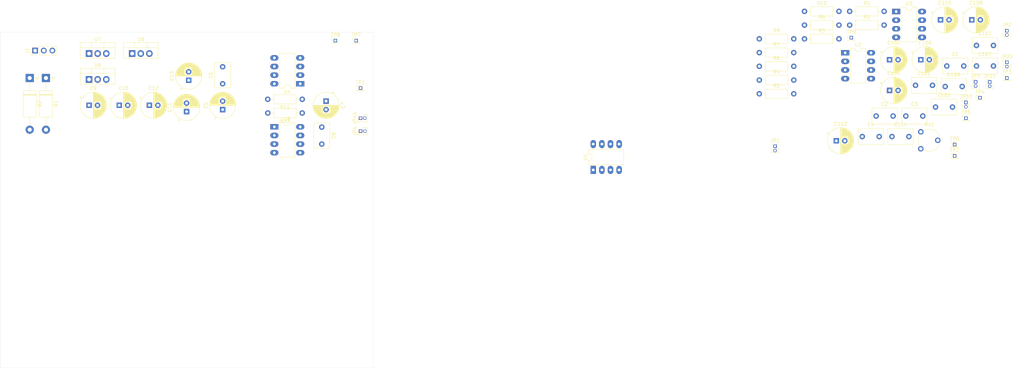
<source format=kicad_pcb>
(kicad_pcb (version 20171130) (host pcbnew "(5.1.9)-1")
  (layers (0 F.Cu signal) (31 B.Cu signal) (34 B.Paste user) (35 F.Paste user) (36 B.SilkS user) (37 F.SilkS user) (38 B.Mask user) (39 F.Mask user) (44 Edge.Cuts user))
  (net 0 "")
  (net 1 GND)
  (net 2 "Net-(C1-Pad1)")
  (net 3 "Net-(C2-Pad2)")
  (net 4 "Net-(C2-Pad1)")
  (net 5 IN_HP)
  (net 6 "Net-(C3-Pad1)")
  (net 7 "Net-(C4-Pad2)")
  (net 8 +5V)
  (net 9 "Net-(C9-Pad1)")
  (net 10 "Net-(C10-Pad2)")
  (net 11 +12V)
  (net 12 -12V)
  (net 13 VCC)
  (net 14 -VDC)
  (net 15 IN)
  (net 16 IN_AMP)
  (net 17 OUT_LP)
  (net 18 IN_LP)
  (net 19 OUT_HP)
  (net 20 "Net-(R3-Pad2)")
  (net 21 "Net-(R6-Pad2)")
  (net 22 "Net-(R7-Pad1)")
  (net 23 "Net-(R10-Pad2)")
  (net 24 "Net-(R9-Pad1)")
  (net 25 AMP_OUT)
  (net 26 "Net-(R11-Pad2)")
  (net 27 "Net-(R11-Pad1)")
  (net 28 "Net-(R12-Pad1)")
  (net 29 "Net-(TP7-Pad1)")
  (net 30 "Net-(TP8-Pad1)")
  (net 31 "Net-(U3-Pad8)")
  (net 32 "Net-(U3-Pad5)")
  (net 33 "Net-(U3-Pad1)")
  (net 34 "Net-(U4-Pad6)")
  (net 35 "Net-(U5-Pad8)")
  (net 36 "Net-(U5-Pad5)")
  (net 37 "Net-(U5-Pad1)")
  (module Package_TO_SOT_THT:TO-220-3_Vertical (layer F.Cu) (at 121.92 53.34)
    (fp_text reference U8 (at 2.54 -4.27) (layer F.SilkS))
    (fp_text value L7805)
    (pad 3 thru_hole oval (at 5.08 0) (size 1.905 2) (drill 1.1) (layers *.Cu *.Mask) (net 8 +5V))
    (pad 2 thru_hole oval (at 2.54 0) (size 1.905 2) (drill 1.1) (layers *.Cu *.Mask) (net 1 GND))
    (pad 1 thru_hole rect (at 0 0) (size 1.905 2) (drill 1.1) (layers *.Cu *.Mask) (net 11 +12V))
  )
  (module Package_TO_SOT_THT:TO-220-3_Vertical (layer F.Cu) (at 109.22 53.34)
    (fp_text reference U7 (at 2.54 -4.27) (layer F.SilkS))
    (fp_text value L7912)
    (pad 3 thru_hole oval (at 5.08 0) (size 1.905 2) (drill 1.1) (layers *.Cu *.Mask) (net 12 -12V))
    (pad 2 thru_hole oval (at 2.54 0) (size 1.905 2) (drill 1.1) (layers *.Cu *.Mask) (net 10 "Net-(C10-Pad2)"))
    (pad 1 thru_hole rect (at 0 0) (size 1.905 2) (drill 1.1) (layers *.Cu *.Mask) (net 1 GND))
  )
  (module Package_TO_SOT_THT:TO-220-3_Vertical (layer F.Cu) (at 109.22 60.96)
    (fp_text reference U6 (at 2.54 -4.27) (layer F.SilkS))
    (fp_text value L7812)
    (pad 3 thru_hole oval (at 5.08 0) (size 1.905 2) (drill 1.1) (layers *.Cu *.Mask) (net 11 +12V))
    (pad 2 thru_hole oval (at 2.54 0) (size 1.905 2) (drill 1.1) (layers *.Cu *.Mask) (net 1 GND))
    (pad 1 thru_hole rect (at 0 0) (size 1.905 2) (drill 1.1) (layers *.Cu *.Mask) (net 9 "Net-(C9-Pad1)"))
  )
  (module Package_DIP:DIP-8_W7.62mm_LongPads (layer F.Cu) (at 163.83 74.93)
    (fp_text reference U5 (at 3.81 -2.33) (layer F.SilkS))
    (fp_text value TL071)
    (pad 8 thru_hole oval (at 7.62 0) (size 2.4 1.6) (drill 0.8) (layers *.Cu *.Mask) (net 35 "Net-(U5-Pad8)"))
    (pad 4 thru_hole oval (at 0 7.62) (size 2.4 1.6) (drill 0.8) (layers *.Cu *.Mask) (net 1 GND))
    (pad 7 thru_hole oval (at 7.62 2.54) (size 2.4 1.6) (drill 0.8) (layers *.Cu *.Mask) (net 8 +5V))
    (pad 3 thru_hole oval (at 0 5.08) (size 2.4 1.6) (drill 0.8) (layers *.Cu *.Mask) (net 34 "Net-(U4-Pad6)"))
    (pad 6 thru_hole oval (at 7.62 5.08) (size 2.4 1.6) (drill 0.8) (layers *.Cu *.Mask) (net 15 IN))
    (pad 2 thru_hole oval (at 0 2.54) (size 2.4 1.6) (drill 0.8) (layers *.Cu *.Mask) (net 15 IN))
    (pad 5 thru_hole oval (at 7.62 7.62) (size 2.4 1.6) (drill 0.8) (layers *.Cu *.Mask) (net 36 "Net-(U5-Pad5)"))
    (pad 1 thru_hole rect (at 0 0) (size 2.4 1.6) (drill 0.8) (layers *.Cu *.Mask) (net 37 "Net-(U5-Pad1)"))
  )
  (module Package_DIP:DIP-8_W7.62mm_LongPads (layer F.Cu) (at 171.45 62.23 180)
    (fp_text reference U4 (at 3.81 -2.33) (layer F.SilkS))
    (fp_text value AD623)
    (pad 8 thru_hole oval (at 7.62 0 180) (size 2.4 1.6) (drill 0.8) (layers *.Cu *.Mask) (net 28 "Net-(R12-Pad1)"))
    (pad 4 thru_hole oval (at 0 7.62 180) (size 2.4 1.6) (drill 0.8) (layers *.Cu *.Mask) (net 1 GND))
    (pad 7 thru_hole oval (at 7.62 2.54 180) (size 2.4 1.6) (drill 0.8) (layers *.Cu *.Mask) (net 8 +5V))
    (pad 3 thru_hole oval (at 0 5.08 180) (size 2.4 1.6) (drill 0.8) (layers *.Cu *.Mask) (net 30 "Net-(TP8-Pad1)"))
    (pad 6 thru_hole oval (at 7.62 5.08 180) (size 2.4 1.6) (drill 0.8) (layers *.Cu *.Mask) (net 34 "Net-(U4-Pad6)"))
    (pad 2 thru_hole oval (at 0 2.54 180) (size 2.4 1.6) (drill 0.8) (layers *.Cu *.Mask) (net 29 "Net-(TP7-Pad1)"))
    (pad 5 thru_hole oval (at 7.62 7.62 180) (size 2.4 1.6) (drill 0.8) (layers *.Cu *.Mask) (net 1 GND))
    (pad 1 thru_hole rect (at 0 0 180) (size 2.4 1.6) (drill 0.8) (layers *.Cu *.Mask) (net 27 "Net-(R11-Pad1)"))
  )
  (module Package_DIP:DIP-8_W7.62mm_LongPads (layer F.Cu) (at 347.08 40.95)
    (fp_text reference U3 (at 3.81 -2.33) (layer F.SilkS))
    (fp_text value TL071)
    (pad 8 thru_hole oval (at 7.62 0) (size 2.4 1.6) (drill 0.8) (layers *.Cu *.Mask) (net 31 "Net-(U3-Pad8)"))
    (pad 4 thru_hole oval (at 0 7.62) (size 2.4 1.6) (drill 0.8) (layers *.Cu *.Mask) (net 12 -12V))
    (pad 7 thru_hole oval (at 7.62 2.54) (size 2.4 1.6) (drill 0.8) (layers *.Cu *.Mask) (net 11 +12V))
    (pad 3 thru_hole oval (at 0 5.08) (size 2.4 1.6) (drill 0.8) (layers *.Cu *.Mask) (net 16 IN_AMP))
    (pad 6 thru_hole oval (at 7.62 5.08) (size 2.4 1.6) (drill 0.8) (layers *.Cu *.Mask) (net 25 AMP_OUT))
    (pad 2 thru_hole oval (at 0 2.54) (size 2.4 1.6) (drill 0.8) (layers *.Cu *.Mask) (net 23 "Net-(R10-Pad2)"))
    (pad 5 thru_hole oval (at 7.62 7.62) (size 2.4 1.6) (drill 0.8) (layers *.Cu *.Mask) (net 32 "Net-(U3-Pad5)"))
    (pad 1 thru_hole rect (at 0 0) (size 2.4 1.6) (drill 0.8) (layers *.Cu *.Mask) (net 33 "Net-(U3-Pad1)"))
  )
  (module Package_DIP:DIP-8_W7.62mm_LongPads (layer F.Cu) (at 332.06 53.1)
    (fp_text reference U2 (at 3.81 -2.33) (layer F.SilkS))
    (fp_text value TL072)
    (pad 8 thru_hole oval (at 7.62 0) (size 2.4 1.6) (drill 0.8) (layers *.Cu *.Mask) (net 11 +12V))
    (pad 4 thru_hole oval (at 0 7.62) (size 2.4 1.6) (drill 0.8) (layers *.Cu *.Mask) (net 12 -12V))
    (pad 7 thru_hole oval (at 7.62 2.54) (size 2.4 1.6) (drill 0.8) (layers *.Cu *.Mask) (net 19 OUT_HP))
    (pad 3 thru_hole oval (at 0 5.08) (size 2.4 1.6) (drill 0.8) (layers *.Cu *.Mask) (net 7 "Net-(C4-Pad2)"))
    (pad 6 thru_hole oval (at 7.62 5.08) (size 2.4 1.6) (drill 0.8) (layers *.Cu *.Mask) (net 19 OUT_HP))
    (pad 2 thru_hole oval (at 0 2.54) (size 2.4 1.6) (drill 0.8) (layers *.Cu *.Mask) (net 21 "Net-(R6-Pad2)"))
    (pad 5 thru_hole oval (at 7.62 7.62) (size 2.4 1.6) (drill 0.8) (layers *.Cu *.Mask) (net 22 "Net-(R7-Pad1)"))
    (pad 1 thru_hole rect (at 0 0) (size 2.4 1.6) (drill 0.8) (layers *.Cu *.Mask) (net 22 "Net-(R7-Pad1)"))
  )
  (module Package_DIP:DIP-8_W7.62mm_LongPads (layer F.Cu) (at 257.81 87.63 90)
    (fp_text reference U1 (at 3.81 -2.33 90) (layer F.SilkS))
    (fp_text value TL072)
    (pad 8 thru_hole oval (at 7.62 0 90) (size 2.4 1.6) (drill 0.8) (layers *.Cu *.Mask) (net 11 +12V))
    (pad 4 thru_hole oval (at 0 7.62 90) (size 2.4 1.6) (drill 0.8) (layers *.Cu *.Mask) (net 12 -12V))
    (pad 7 thru_hole oval (at 7.62 2.54 90) (size 2.4 1.6) (drill 0.8) (layers *.Cu *.Mask) (net 17 OUT_LP))
    (pad 3 thru_hole oval (at 0 5.08 90) (size 2.4 1.6) (drill 0.8) (layers *.Cu *.Mask) (net 2 "Net-(C1-Pad1)"))
    (pad 6 thru_hole oval (at 7.62 5.08 90) (size 2.4 1.6) (drill 0.8) (layers *.Cu *.Mask) (net 17 OUT_LP))
    (pad 2 thru_hole oval (at 0 2.54 90) (size 2.4 1.6) (drill 0.8) (layers *.Cu *.Mask) (net 20 "Net-(R3-Pad2)"))
    (pad 5 thru_hole oval (at 7.62 7.62 90) (size 2.4 1.6) (drill 0.8) (layers *.Cu *.Mask) (net 3 "Net-(C2-Pad2)"))
    (pad 1 thru_hole rect (at 0 0 90) (size 2.4 1.6) (drill 0.8) (layers *.Cu *.Mask) (net 3 "Net-(C2-Pad2)"))
  )
  (module Connector_PinHeader_1.27mm:PinHeader_1x01_P1.27mm_Vertical (layer F.Cu) (at 333.87 48.65)
    (fp_text reference TP9 (at 0 -1.695) (layer F.SilkS))
    (fp_text value AD623_OUT)
    (pad 1 thru_hole rect (at 0 0) (size 1 1) (drill 0.65) (layers *.Cu *.Mask) (net 15 IN))
  )
  (module Connector_PinHeader_1.27mm:PinHeader_1x01_P1.27mm_Vertical (layer F.Cu) (at 181.81 49.53)
    (fp_text reference TP8 (at 0 -1.695) (layer F.SilkS))
    (fp_text value "IN +")
    (pad 1 thru_hole rect (at 0 0) (size 1 1) (drill 0.65) (layers *.Cu *.Mask) (net 30 "Net-(TP8-Pad1)"))
  )
  (module Connector_PinHeader_1.27mm:PinHeader_1x01_P1.27mm_Vertical (layer F.Cu) (at 187.96 49.53)
    (fp_text reference TP7 (at 0 -1.695) (layer F.SilkS))
    (fp_text value "IN -")
    (pad 1 thru_hole rect (at 0 0) (size 1 1) (drill 0.65) (layers *.Cu *.Mask) (net 29 "Net-(TP7-Pad1)"))
  )
  (module Connector_PinHeader_1.27mm:PinHeader_1x01_P1.27mm_Vertical (layer F.Cu) (at 364.31 80.15)
    (fp_text reference TP6 (at 0 -1.695) (layer F.SilkS))
    (fp_text value "AMPLIFIER OUT")
    (pad 1 thru_hole rect (at 0 0) (size 1 1) (drill 0.65) (layers *.Cu *.Mask) (net 25 AMP_OUT))
  )
  (module Connector_PinHeader_1.27mm:PinHeader_1x01_P1.27mm_Vertical (layer F.Cu) (at 367.63 72.4)
    (fp_text reference TP5 (at 0 -1.695) (layer F.SilkS))
    (fp_text value "AMPLIFIER IN")
    (pad 1 thru_hole rect (at 0 0) (size 1 1) (drill 0.65) (layers *.Cu *.Mask) (net 16 IN_AMP))
  )
  (module Connector_PinHeader_1.27mm:PinHeader_1x01_P1.27mm_Vertical (layer F.Cu) (at 371.78 66.35)
    (fp_text reference TP4 (at 0 -1.695) (layer F.SilkS))
    (fp_text value "HighPass OUT")
    (pad 1 thru_hole rect (at 0 0) (size 1 1) (drill 0.65) (layers *.Cu *.Mask) (net 19 OUT_HP))
  )
  (module Connector_PinHeader_1.27mm:PinHeader_1x01_P1.27mm_Vertical (layer F.Cu) (at 379.7 60.55)
    (fp_text reference TP3 (at 0 -1.695) (layer F.SilkS))
    (fp_text value "LowPass OUT")
    (pad 1 thru_hole rect (at 0 0) (size 1 1) (drill 0.65) (layers *.Cu *.Mask) (net 17 OUT_LP))
  )
  (module Connector_PinHeader_1.27mm:PinHeader_1x01_P1.27mm_Vertical (layer F.Cu) (at 364.31 83.5)
    (fp_text reference TP2 (at 0 -1.695) (layer F.SilkS))
    (fp_text value "HighPass IN")
    (pad 1 thru_hole rect (at 0 0) (size 1 1) (drill 0.65) (layers *.Cu *.Mask) (net 5 IN_HP))
  )
  (module Connector_PinHeader_1.27mm:PinHeader_1x01_P1.27mm_Vertical (layer F.Cu) (at 189.23 63.5)
    (fp_text reference TP1 (at 0 -1.695) (layer F.SilkS))
    (fp_text value "LowPass IN")
    (pad 1 thru_hole rect (at 0 0) (size 1 1) (drill 0.65) (layers *.Cu *.Mask) (net 18 IN_LP))
  )
  (module Potentiometer_THT:Potentiometer_Piher_PT-6-V_Vertical (layer F.Cu) (at 354.34 81.4)
    (fp_text reference RV1 (at 2.5 -7.06) (layer F.SilkS))
    (fp_text value R_POT)
    (pad 1 thru_hole circle (at 0 0) (size 1.62 1.62) (drill 0.9) (layers *.Cu *.Mask) (net 1 GND))
    (pad 2 thru_hole circle (at 5 -2.5) (size 1.62 1.62) (drill 0.9) (layers *.Cu *.Mask) (net 1 GND))
    (pad 3 thru_hole circle (at 0 -5) (size 1.62 1.62) (drill 0.9) (layers *.Cu *.Mask) (net 24 "Net-(R9-Pad1)"))
  )
  (module Resistor_THT:R_Axial_DIN0207_L6.3mm_D2.5mm_P10.16mm_Horizontal (layer F.Cu) (at 172.04 70.86 180)
    (fp_text reference R12 (at 5.08 -2.37) (layer F.SilkS))
    (fp_text value Rg2)
    (pad 2 thru_hole oval (at 10.16 0 180) (size 1.6 1.6) (drill 0.8) (layers *.Cu *.Mask) (net 26 "Net-(R11-Pad2)"))
    (pad 1 thru_hole circle (at 0 0 180) (size 1.6 1.6) (drill 0.8) (layers *.Cu *.Mask) (net 28 "Net-(R12-Pad1)"))
  )
  (module Resistor_THT:R_Axial_DIN0207_L6.3mm_D2.5mm_P10.16mm_Horizontal (layer F.Cu) (at 172.04 66.81 180)
    (fp_text reference R11 (at 5.08 -2.37) (layer F.SilkS))
    (fp_text value Rg1)
    (pad 2 thru_hole oval (at 10.16 0 180) (size 1.6 1.6) (drill 0.8) (layers *.Cu *.Mask) (net 26 "Net-(R11-Pad2)"))
    (pad 1 thru_hole circle (at 0 0 180) (size 1.6 1.6) (drill 0.8) (layers *.Cu *.Mask) (net 27 "Net-(R11-Pad1)"))
  )
  (module Resistor_THT:R_Axial_DIN0207_L6.3mm_D2.5mm_P10.16mm_Horizontal (layer F.Cu) (at 320.06 40.9)
    (fp_text reference R10 (at 5.08 -2.37) (layer F.SilkS))
    (fp_text value R)
    (pad 2 thru_hole oval (at 10.16 0) (size 1.6 1.6) (drill 0.8) (layers *.Cu *.Mask) (net 23 "Net-(R10-Pad2)"))
    (pad 1 thru_hole circle (at 0 0) (size 1.6 1.6) (drill 0.8) (layers *.Cu *.Mask) (net 25 AMP_OUT))
  )
  (module Resistor_THT:R_Axial_DIN0207_L6.3mm_D2.5mm_P10.16mm_Horizontal (layer F.Cu) (at 306.75 49)
    (fp_text reference R9 (at 5.08 -2.37) (layer F.SilkS))
    (fp_text value R)
    (pad 2 thru_hole oval (at 10.16 0) (size 1.6 1.6) (drill 0.8) (layers *.Cu *.Mask) (net 23 "Net-(R10-Pad2)"))
    (pad 1 thru_hole circle (at 0 0) (size 1.6 1.6) (drill 0.8) (layers *.Cu *.Mask) (net 24 "Net-(R9-Pad1)"))
  )
  (module Resistor_THT:R_Axial_DIN0207_L6.3mm_D2.5mm_P10.16mm_Horizontal (layer F.Cu) (at 320.06 44.95)
    (fp_text reference R8 (at 5.08 -2.37) (layer F.SilkS))
    (fp_text value R)
    (pad 2 thru_hole oval (at 10.16 0) (size 1.6 1.6) (drill 0.8) (layers *.Cu *.Mask) (net 21 "Net-(R6-Pad2)"))
    (pad 1 thru_hole circle (at 0 0) (size 1.6 1.6) (drill 0.8) (layers *.Cu *.Mask) (net 22 "Net-(R7-Pad1)"))
  )
  (module Resistor_THT:R_Axial_DIN0207_L6.3mm_D2.5mm_P10.16mm_Horizontal (layer F.Cu) (at 306.75 53.05)
    (fp_text reference R7 (at 5.08 -2.37) (layer F.SilkS))
    (fp_text value R)
    (pad 2 thru_hole oval (at 10.16 0) (size 1.6 1.6) (drill 0.8) (layers *.Cu *.Mask) (net 6 "Net-(C3-Pad1)"))
    (pad 1 thru_hole circle (at 0 0) (size 1.6 1.6) (drill 0.8) (layers *.Cu *.Mask) (net 22 "Net-(R7-Pad1)"))
  )
  (module Resistor_THT:R_Axial_DIN0207_L6.3mm_D2.5mm_P10.16mm_Horizontal (layer F.Cu) (at 306.75 57.1)
    (fp_text reference R6 (at 5.08 -2.37) (layer F.SilkS))
    (fp_text value R)
    (pad 2 thru_hole oval (at 10.16 0) (size 1.6 1.6) (drill 0.8) (layers *.Cu *.Mask) (net 21 "Net-(R6-Pad2)"))
    (pad 1 thru_hole circle (at 0 0) (size 1.6 1.6) (drill 0.8) (layers *.Cu *.Mask) (net 1 GND))
  )
  (module Resistor_THT:R_Axial_DIN0207_L6.3mm_D2.5mm_P10.16mm_Horizontal (layer F.Cu) (at 333.37 40.9)
    (fp_text reference R5 (at 5.08 -2.37) (layer F.SilkS))
    (fp_text value R)
    (pad 2 thru_hole oval (at 10.16 0) (size 1.6 1.6) (drill 0.8) (layers *.Cu *.Mask) (net 7 "Net-(C4-Pad2)"))
    (pad 1 thru_hole circle (at 0 0) (size 1.6 1.6) (drill 0.8) (layers *.Cu *.Mask) (net 1 GND))
  )
  (module Resistor_THT:R_Axial_DIN0207_L6.3mm_D2.5mm_P10.16mm_Horizontal (layer F.Cu) (at 306.75 61.15)
    (fp_text reference R4 (at 5.08 -2.37) (layer F.SilkS))
    (fp_text value R)
    (pad 2 thru_hole oval (at 10.16 0) (size 1.6 1.6) (drill 0.8) (layers *.Cu *.Mask) (net 20 "Net-(R3-Pad2)"))
    (pad 1 thru_hole circle (at 0 0) (size 1.6 1.6) (drill 0.8) (layers *.Cu *.Mask) (net 3 "Net-(C2-Pad2)"))
  )
  (module Resistor_THT:R_Axial_DIN0207_L6.3mm_D2.5mm_P10.16mm_Horizontal (layer F.Cu) (at 320.06 49)
    (fp_text reference R3 (at 5.08 -2.37) (layer F.SilkS))
    (fp_text value R)
    (pad 2 thru_hole oval (at 10.16 0) (size 1.6 1.6) (drill 0.8) (layers *.Cu *.Mask) (net 20 "Net-(R3-Pad2)"))
    (pad 1 thru_hole circle (at 0 0) (size 1.6 1.6) (drill 0.8) (layers *.Cu *.Mask) (net 1 GND))
  )
  (module Resistor_THT:R_Axial_DIN0207_L6.3mm_D2.5mm_P10.16mm_Horizontal (layer F.Cu) (at 306.75 65.2)
    (fp_text reference R2 (at 5.08 -2.37) (layer F.SilkS))
    (fp_text value R)
    (pad 2 thru_hole oval (at 10.16 0) (size 1.6 1.6) (drill 0.8) (layers *.Cu *.Mask) (net 4 "Net-(C2-Pad1)"))
    (pad 1 thru_hole circle (at 0 0) (size 1.6 1.6) (drill 0.8) (layers *.Cu *.Mask) (net 2 "Net-(C1-Pad1)"))
  )
  (module Resistor_THT:R_Axial_DIN0207_L6.3mm_D2.5mm_P10.16mm_Horizontal (layer F.Cu) (at 333.37 44.95)
    (fp_text reference R1 (at 5.08 -2.37) (layer F.SilkS))
    (fp_text value R)
    (pad 2 thru_hole oval (at 10.16 0) (size 1.6 1.6) (drill 0.8) (layers *.Cu *.Mask) (net 18 IN_LP))
    (pad 1 thru_hole circle (at 0 0) (size 1.6 1.6) (drill 0.8) (layers *.Cu *.Mask) (net 4 "Net-(C2-Pad1)"))
  )
  (module Connector_PinHeader_1.27mm:PinHeader_1x02_P1.27mm_Vertical (layer F.Cu) (at 189.23 72.39 90)
    (fp_text reference JP44 (at 0 -1.695 90) (layer F.SilkS))
    (fp_text value Jumper)
    (pad 2 thru_hole oval (at 0 1.27 90) (size 1 1) (drill 0.65) (layers *.Cu *.Mask) (net 5 IN_HP))
    (pad 1 thru_hole rect (at 0 0 90) (size 1 1) (drill 0.65) (layers *.Cu *.Mask) (net 15 IN))
  )
  (module Connector_PinHeader_1.27mm:PinHeader_1x02_P1.27mm_Vertical (layer F.Cu) (at 367.63 67.75)
    (fp_text reference JP33 (at 0 -1.695) (layer F.SilkS))
    (fp_text value Jumper)
    (pad 2 thru_hole oval (at 0 1.27) (size 1 1) (drill 0.65) (layers *.Cu *.Mask) (net 18 IN_LP))
    (pad 1 thru_hole rect (at 0 0) (size 1 1) (drill 0.65) (layers *.Cu *.Mask) (net 19 OUT_HP))
  )
  (module Connector_PinHeader_1.27mm:PinHeader_1x02_P1.27mm_Vertical (layer F.Cu) (at 379.7 55.9)
    (fp_text reference JP22 (at 0 -1.695) (layer F.SilkS))
    (fp_text value Jumper)
    (pad 2 thru_hole oval (at 0 1.27) (size 1 1) (drill 0.65) (layers *.Cu *.Mask) (net 16 IN_AMP))
    (pad 1 thru_hole rect (at 0 0) (size 1 1) (drill 0.65) (layers *.Cu *.Mask) (net 17 OUT_LP))
  )
  (module Connector_PinHeader_1.27mm:PinHeader_1x02_P1.27mm_Vertical (layer F.Cu) (at 374.63 61.7)
    (fp_text reference JP11 (at 0 -1.695) (layer F.SilkS))
    (fp_text value Jumper)
    (pad 2 thru_hole oval (at 0 1.27) (size 1 1) (drill 0.65) (layers *.Cu *.Mask) (net 5 IN_HP))
    (pad 1 thru_hole rect (at 0 0) (size 1 1) (drill 0.65) (layers *.Cu *.Mask) (net 15 IN))
  )
  (module Connector_PinHeader_1.27mm:PinHeader_1x02_P1.27mm_Vertical (layer F.Cu) (at 189.23 76.2 90)
    (fp_text reference JP4 (at 0 -1.695 90) (layer F.SilkS))
    (fp_text value Jumper)
    (pad 2 thru_hole oval (at 0 1.27 90) (size 1 1) (drill 0.65) (layers *.Cu *.Mask) (net 5 IN_HP))
    (pad 1 thru_hole rect (at 0 0 90) (size 1 1) (drill 0.65) (layers *.Cu *.Mask) (net 15 IN))
  )
  (module Connector_PinHeader_1.27mm:PinHeader_1x02_P1.27mm_Vertical (layer F.Cu) (at 370.48 61.7)
    (fp_text reference JP3 (at 0 -1.695) (layer F.SilkS))
    (fp_text value Jumper)
    (pad 2 thru_hole oval (at 0 1.27) (size 1 1) (drill 0.65) (layers *.Cu *.Mask) (net 18 IN_LP))
    (pad 1 thru_hole rect (at 0 0) (size 1 1) (drill 0.65) (layers *.Cu *.Mask) (net 19 OUT_HP))
  )
  (module Connector_PinHeader_1.27mm:PinHeader_1x02_P1.27mm_Vertical (layer F.Cu) (at 379.7 46.6)
    (fp_text reference JP2 (at 0 -1.695) (layer F.SilkS))
    (fp_text value Jumper)
    (pad 2 thru_hole oval (at 0 1.27) (size 1 1) (drill 0.65) (layers *.Cu *.Mask) (net 16 IN_AMP))
    (pad 1 thru_hole rect (at 0 0) (size 1 1) (drill 0.65) (layers *.Cu *.Mask) (net 17 OUT_LP))
  )
  (module Connector_PinHeader_1.27mm:PinHeader_1x02_P1.27mm_Vertical (layer F.Cu) (at 311.4 80.65)
    (fp_text reference JP1 (at 0 -1.695) (layer F.SilkS))
    (fp_text value Jumper)
    (pad 2 thru_hole oval (at 0 1.27) (size 1 1) (drill 0.65) (layers *.Cu *.Mask) (net 5 IN_HP))
    (pad 1 thru_hole rect (at 0 0) (size 1 1) (drill 0.65) (layers *.Cu *.Mask) (net 15 IN))
  )
  (module Connector_PinHeader_2.54mm:PinHeader_1x03_P2.54mm_Vertical (layer F.Cu) (at 93.33 52.46 90)
    (fp_text reference J1 (at 0 -2.33 90) (layer F.SilkS))
    (fp_text value Conn_01x03_Female)
    (pad 3 thru_hole oval (at 0 5.08 90) (size 1.7 1.7) (drill 1) (layers *.Cu *.Mask) (net 13 VCC))
    (pad 2 thru_hole oval (at 0 2.54 90) (size 1.7 1.7) (drill 1) (layers *.Cu *.Mask) (net 1 GND))
    (pad 1 thru_hole rect (at 0 0 90) (size 1.7 1.7) (drill 1) (layers *.Cu *.Mask) (net 14 -VDC))
  )
  (module Diode_THT:D_DO-15_P15.24mm_Horizontal (layer F.Cu) (at 91.73 60.54 270)
    (fp_text reference D2 (at 7.62 -2.92 90) (layer F.SilkS))
    (fp_text value D)
    (fp_text user K (at 0 -2.2 90) (layer F.SilkS))
    (pad 2 thru_hole oval (at 15.24 0 270) (size 2.4 2.4) (drill 1.2) (layers *.Cu *.Mask) (net 10 "Net-(C10-Pad2)"))
    (pad 1 thru_hole rect (at 0 0 270) (size 2.4 2.4) (drill 1.2) (layers *.Cu *.Mask) (net 14 -VDC))
  )
  (module Diode_THT:D_DO-15_P15.24mm_Horizontal (layer F.Cu) (at 96.52 60.54 270)
    (fp_text reference D1 (at 7.62 -2.92 90) (layer F.SilkS))
    (fp_text value D)
    (fp_text user K (at 0 -2.2 90) (layer F.SilkS))
    (pad 2 thru_hole oval (at 15.24 0 270) (size 2.4 2.4) (drill 1.2) (layers *.Cu *.Mask) (net 13 VCC))
    (pad 1 thru_hole rect (at 0 0 270) (size 2.4 2.4) (drill 1.2) (layers *.Cu *.Mask) (net 9 "Net-(C9-Pad1)"))
  )
  (module Capacitor_THT:CP_Radial_D7.5mm_P2.50mm (layer F.Cu) (at 329.447211 79.05)
    (fp_text reference C112 (at 1.25 -5) (layer F.SilkS))
    (fp_text value 47u)
    (pad 2 thru_hole circle (at 2.5 0) (size 1.6 1.6) (drill 0.8) (layers *.Cu *.Mask) (net 12 -12V))
    (pad 1 thru_hole rect (at 0 0) (size 1.6 1.6) (drill 0.8) (layers *.Cu *.Mask) (net 1 GND))
  )
  (module Capacitor_THT:C_Rect_L7.2mm_W4.5mm_P5.00mm_FKS2_FKP2_MKS2_MKP2 (layer F.Cu) (at 345.84 77.8)
    (fp_text reference C111 (at 2.5 -3.5) (layer F.SilkS))
    (fp_text value 100n)
    (pad 2 thru_hole circle (at 5 0) (size 1.6 1.6) (drill 0.8) (layers *.Cu *.Mask) (net 1 GND))
    (pad 1 thru_hole circle (at 0 0) (size 1.6 1.6) (drill 0.8) (layers *.Cu *.Mask) (net 12 -12V))
  )
  (module Capacitor_THT:CP_Radial_D7.5mm_P2.50mm (layer F.Cu) (at 360.157211 43.4)
    (fp_text reference C110 (at 1.25 -5) (layer F.SilkS))
    (fp_text value 47u)
    (pad 2 thru_hole circle (at 2.5 0) (size 1.6 1.6) (drill 0.8) (layers *.Cu *.Mask) (net 12 -12V))
    (pad 1 thru_hole rect (at 0 0) (size 1.6 1.6) (drill 0.8) (layers *.Cu *.Mask) (net 1 GND))
  )
  (module Capacitor_THT:C_Rect_L7.2mm_W4.5mm_P5.00mm_FKS2_FKP2_MKS2_MKP2 (layer F.Cu) (at 361.53 63.05)
    (fp_text reference C109 (at 2.5 -3.5) (layer F.SilkS))
    (fp_text value 100n)
    (pad 2 thru_hole circle (at 5 0) (size 1.6 1.6) (drill 0.8) (layers *.Cu *.Mask) (net 1 GND))
    (pad 1 thru_hole circle (at 0 0) (size 1.6 1.6) (drill 0.8) (layers *.Cu *.Mask) (net 12 -12V))
  )
  (module Capacitor_THT:CP_Radial_D7.5mm_P2.50mm (layer F.Cu) (at 369.377211 43.4)
    (fp_text reference C108 (at 1.25 -5) (layer F.SilkS))
    (fp_text value CP)
    (pad 2 thru_hole circle (at 2.5 0) (size 1.6 1.6) (drill 0.8) (layers *.Cu *.Mask) (net 12 -12V))
    (pad 1 thru_hole rect (at 0 0) (size 1.6 1.6) (drill 0.8) (layers *.Cu *.Mask) (net 1 GND))
  )
  (module Capacitor_THT:C_Rect_L7.2mm_W4.5mm_P5.00mm_FKS2_FKP2_MKS2_MKP2 (layer F.Cu) (at 370.75 57)
    (fp_text reference C107 (at 2.5 -3.5) (layer F.SilkS))
    (fp_text value C)
    (pad 2 thru_hole circle (at 5 0) (size 1.6 1.6) (drill 0.8) (layers *.Cu *.Mask) (net 1 GND))
    (pad 1 thru_hole circle (at 0 0) (size 1.6 1.6) (drill 0.8) (layers *.Cu *.Mask) (net 12 -12V))
  )
  (module Capacitor_THT:CP_Radial_D7.5mm_P2.50mm (layer F.Cu) (at 354.357211 55.15)
    (fp_text reference C106 (at 1.25 -5) (layer F.SilkS))
    (fp_text value 47u)
    (pad 2 thru_hole circle (at 2.5 0) (size 1.6 1.6) (drill 0.8) (layers *.Cu *.Mask) (net 1 GND))
    (pad 1 thru_hole rect (at 0 0) (size 1.6 1.6) (drill 0.8) (layers *.Cu *.Mask) (net 11 +12V))
  )
  (module Capacitor_THT:C_Rect_L7.2mm_W4.5mm_P5.00mm_FKS2_FKP2_MKS2_MKP2 (layer F.Cu) (at 358.68 69.1)
    (fp_text reference C105 (at 2.5 -3.5) (layer F.SilkS))
    (fp_text value 100n)
    (pad 2 thru_hole circle (at 5 0) (size 1.6 1.6) (drill 0.8) (layers *.Cu *.Mask) (net 1 GND))
    (pad 1 thru_hole circle (at 0 0) (size 1.6 1.6) (drill 0.8) (layers *.Cu *.Mask) (net 11 +12V))
  )
  (module Capacitor_THT:CP_Radial_D7.5mm_P2.50mm (layer F.Cu) (at 345.137211 64.2)
    (fp_text reference C104 (at 1.25 -5) (layer F.SilkS))
    (fp_text value 47u)
    (pad 2 thru_hole circle (at 2.5 0) (size 1.6 1.6) (drill 0.8) (layers *.Cu *.Mask) (net 1 GND))
    (pad 1 thru_hole rect (at 0 0) (size 1.6 1.6) (drill 0.8) (layers *.Cu *.Mask) (net 11 +12V))
  )
  (module Capacitor_THT:C_Rect_L7.2mm_W4.5mm_P5.00mm_FKS2_FKP2_MKS2_MKP2 (layer F.Cu) (at 370.75 50.95)
    (fp_text reference C103 (at 2.5 -3.5) (layer F.SilkS))
    (fp_text value 100n)
    (pad 2 thru_hole circle (at 5 0) (size 1.6 1.6) (drill 0.8) (layers *.Cu *.Mask) (net 1 GND))
    (pad 1 thru_hole circle (at 0 0) (size 1.6 1.6) (drill 0.8) (layers *.Cu *.Mask) (net 11 +12V))
  )
  (module Capacitor_THT:CP_Radial_D7.5mm_P2.50mm (layer F.Cu) (at 345.137211 55.15)
    (fp_text reference C102 (at 1.25 -5) (layer F.SilkS))
    (fp_text value CP)
    (pad 2 thru_hole circle (at 2.5 0) (size 1.6 1.6) (drill 0.8) (layers *.Cu *.Mask) (net 1 GND))
    (pad 1 thru_hole rect (at 0 0) (size 1.6 1.6) (drill 0.8) (layers *.Cu *.Mask) (net 11 +12V))
  )
  (module Capacitor_THT:C_Rect_L7.2mm_W4.5mm_P5.00mm_FKS2_FKP2_MKS2_MKP2 (layer F.Cu) (at 352.78 62.7)
    (fp_text reference C101 (at 2.5 -3.5) (layer F.SilkS))
    (fp_text value C)
    (pad 2 thru_hole circle (at 5 0) (size 1.6 1.6) (drill 0.8) (layers *.Cu *.Mask) (net 1 GND))
    (pad 1 thru_hole circle (at 0 0) (size 1.6 1.6) (drill 0.8) (layers *.Cu *.Mask) (net 11 +12V))
  )
  (module Capacitor_THT:CP_Radial_D7.5mm_P2.50mm (layer F.Cu) (at 138.58 61.212789 90)
    (fp_text reference C13 (at 1.25 -5 90) (layer F.SilkS))
    (fp_text value CP)
    (pad 2 thru_hole circle (at 2.5 0 90) (size 1.6 1.6) (drill 0.8) (layers *.Cu *.Mask) (net 1 GND))
    (pad 1 thru_hole rect (at 0 0 90) (size 1.6 1.6) (drill 0.8) (layers *.Cu *.Mask) (net 8 +5V))
  )
  (module Capacitor_THT:CP_Radial_D7.5mm_P2.50mm (layer F.Cu) (at 127 68.58)
    (fp_text reference C12 (at 1.25 -5) (layer F.SilkS))
    (fp_text value 47u)
    (pad 2 thru_hole circle (at 2.5 0) (size 1.6 1.6) (drill 0.8) (layers *.Cu *.Mask) (net 12 -12V))
    (pad 1 thru_hole rect (at 0 0) (size 1.6 1.6) (drill 0.8) (layers *.Cu *.Mask) (net 1 GND))
  )
  (module Capacitor_THT:CP_Radial_D7.5mm_P2.50mm (layer F.Cu) (at 137.96 70.432789 90)
    (fp_text reference C11 (at 1.25 -5 90) (layer F.SilkS))
    (fp_text value 47u)
    (pad 2 thru_hole circle (at 2.5 0 90) (size 1.6 1.6) (drill 0.8) (layers *.Cu *.Mask) (net 1 GND))
    (pad 1 thru_hole rect (at 0 0 90) (size 1.6 1.6) (drill 0.8) (layers *.Cu *.Mask) (net 11 +12V))
  )
  (module Capacitor_THT:CP_Radial_D7.5mm_P2.50mm (layer F.Cu) (at 118.11 68.58)
    (fp_text reference C10 (at 1.25 -5) (layer F.SilkS))
    (fp_text value 47u)
    (pad 2 thru_hole circle (at 2.5 0) (size 1.6 1.6) (drill 0.8) (layers *.Cu *.Mask) (net 10 "Net-(C10-Pad2)"))
    (pad 1 thru_hole rect (at 0 0) (size 1.6 1.6) (drill 0.8) (layers *.Cu *.Mask) (net 1 GND))
  )
  (module Capacitor_THT:CP_Radial_D7.5mm_P2.50mm (layer F.Cu) (at 109.22 68.58)
    (fp_text reference C9 (at 1.25 -5) (layer F.SilkS))
    (fp_text value 47u)
    (pad 2 thru_hole circle (at 2.5 0) (size 1.6 1.6) (drill 0.8) (layers *.Cu *.Mask) (net 1 GND))
    (pad 1 thru_hole rect (at 0 0) (size 1.6 1.6) (drill 0.8) (layers *.Cu *.Mask) (net 9 "Net-(C9-Pad1)"))
  )
  (module Capacitor_THT:C_Rect_L7.2mm_W4.5mm_P5.00mm_FKS2_FKP2_MKS2_MKP2 (layer F.Cu) (at 177.8 75.01 270)
    (fp_text reference C8 (at 2.5 -3.5 90) (layer F.SilkS))
    (fp_text value 100n)
    (pad 2 thru_hole circle (at 5 0 270) (size 1.6 1.6) (drill 0.8) (layers *.Cu *.Mask) (net 1 GND))
    (pad 1 thru_hole circle (at 0 0 270) (size 1.6 1.6) (drill 0.8) (layers *.Cu *.Mask) (net 8 +5V))
  )
  (module Capacitor_THT:CP_Radial_D7.5mm_P2.50mm (layer F.Cu) (at 179.07 67.35 270)
    (fp_text reference C7 (at 1.25 -5 90) (layer F.SilkS))
    (fp_text value 47u)
    (pad 2 thru_hole circle (at 2.5 0 270) (size 1.6 1.6) (drill 0.8) (layers *.Cu *.Mask) (net 1 GND))
    (pad 1 thru_hole rect (at 0 0 270) (size 1.6 1.6) (drill 0.8) (layers *.Cu *.Mask) (net 8 +5V))
  )
  (module Capacitor_THT:C_Rect_L7.2mm_W4.5mm_P5.00mm_FKS2_FKP2_MKS2_MKP2 (layer F.Cu) (at 148.59 62.23 90)
    (fp_text reference C6 (at 2.5 -3.5 90) (layer F.SilkS))
    (fp_text value 100n)
    (pad 2 thru_hole circle (at 5 0 90) (size 1.6 1.6) (drill 0.8) (layers *.Cu *.Mask) (net 1 GND))
    (pad 1 thru_hole circle (at 0 0 90) (size 1.6 1.6) (drill 0.8) (layers *.Cu *.Mask) (net 8 +5V))
  )
  (module Capacitor_THT:CP_Radial_D7.5mm_P2.50mm (layer F.Cu) (at 148.59 69.85 90)
    (fp_text reference C5 (at 1.25 -5 90) (layer F.SilkS))
    (fp_text value 47u)
    (pad 2 thru_hole circle (at 2.5 0 90) (size 1.6 1.6) (drill 0.8) (layers *.Cu *.Mask) (net 1 GND))
    (pad 1 thru_hole rect (at 0 0 90) (size 1.6 1.6) (drill 0.8) (layers *.Cu *.Mask) (net 8 +5V))
  )
  (module Capacitor_THT:C_Rect_L7.2mm_W4.5mm_P5.00mm_FKS2_FKP2_MKS2_MKP2 (layer F.Cu) (at 337.09 77.8)
    (fp_text reference C4 (at 2.5 -3.5) (layer F.SilkS))
    (fp_text value C)
    (pad 2 thru_hole circle (at 5 0) (size 1.6 1.6) (drill 0.8) (layers *.Cu *.Mask) (net 7 "Net-(C4-Pad2)"))
    (pad 1 thru_hole circle (at 0 0) (size 1.6 1.6) (drill 0.8) (layers *.Cu *.Mask) (net 6 "Net-(C3-Pad1)"))
  )
  (module Capacitor_THT:C_Rect_L7.2mm_W4.5mm_P5.00mm_FKS2_FKP2_MKS2_MKP2 (layer F.Cu) (at 349.93 71.75)
    (fp_text reference C3 (at 2.5 -3.5) (layer F.SilkS))
    (fp_text value C)
    (pad 2 thru_hole circle (at 5 0) (size 1.6 1.6) (drill 0.8) (layers *.Cu *.Mask) (net 5 IN_HP))
    (pad 1 thru_hole circle (at 0 0) (size 1.6 1.6) (drill 0.8) (layers *.Cu *.Mask) (net 6 "Net-(C3-Pad1)"))
  )
  (module Capacitor_THT:C_Rect_L7.2mm_W4.5mm_P5.00mm_FKS2_FKP2_MKS2_MKP2 (layer F.Cu) (at 341.18 71.75)
    (fp_text reference C2 (at 2.5 -3.5) (layer F.SilkS))
    (fp_text value C)
    (pad 2 thru_hole circle (at 5 0) (size 1.6 1.6) (drill 0.8) (layers *.Cu *.Mask) (net 3 "Net-(C2-Pad2)"))
    (pad 1 thru_hole circle (at 0 0) (size 1.6 1.6) (drill 0.8) (layers *.Cu *.Mask) (net 4 "Net-(C2-Pad1)"))
  )
  (module Capacitor_THT:C_Rect_L7.2mm_W4.5mm_P5.00mm_FKS2_FKP2_MKS2_MKP2 (layer F.Cu) (at 362 57)
    (fp_text reference C1 (at 2.5 -3.5) (layer F.SilkS))
    (fp_text value C)
    (pad 2 thru_hole circle (at 5 0) (size 1.6 1.6) (drill 0.8) (layers *.Cu *.Mask) (net 1 GND))
    (pad 1 thru_hole circle (at 0 0) (size 1.6 1.6) (drill 0.8) (layers *.Cu *.Mask) (net 2 "Net-(C1-Pad1)"))
  )
  (gr_line (start 83 146) (end 83 47) (layer Edge.Cuts) (width 0.05))
  (gr_line (start 193 146) (end 83 146) (layer Edge.Cuts) (width 0.05))
  (gr_line (start 193 47) (end 193 146) (layer Edge.Cuts) (width 0.05))
  (gr_line (start 83 47) (end 193 47) (layer Edge.Cuts) (width 0.05))
)
</source>
